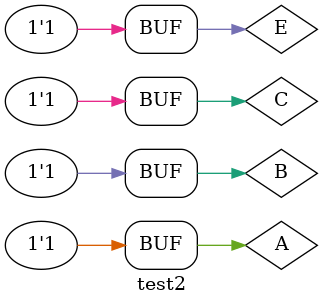
<source format=v>
`timescale 1ns / 1ps


module test2;

	// Inputs
	reg A;
	reg B;
	reg C;
	reg E;

	// Outputs
	wire D0;
	wire D1;
	wire D2;
	wire D3;
	wire D4;
	wire D5;
	wire D6;
	wire D7;

	// Instantiate the Unit Under Test (UUT)
	Decoder uut (
		.A(A), 
		.B(B), 
		.C(C), 
		.E(E), 
		.D0(D0), 
		.D1(D1), 
		.D2(D2), 
		.D3(D3), 
		.D4(D4), 
		.D5(D5), 
		.D6(D6), 
		.D7(D7)
	);

	initial begin
	E = 1;
	A = 0;
	B = 0;
	C = 0;
	#100
	$display("TC1");
	if(D0 != 1'b1)$display("Result is wrong");
	
	A = 0;
	B = 0;
	C = 1;
	#100
	$display("TC2");
	if(D1 != 1'b1)$display("Result is wrong");
	
	A = 0;
	B = 1;
	C = 0;
	#100
	$display("TC3");
	if(D2 != 1'b1)$display("Result is wrong");
	
	A = 0;
	B = 1;
	C = 1;
	#100
	$display("TC4");
	if(D3 != 1'b1)$display("Result is wrong");
	
	A = 1;
	B = 0;
	C = 0;
	#100
	$display("TC5");
	if(D4 != 1'b1)$display("Result is wrong");
	
	A = 1;
	B = 0;
	C = 1;
	#100
	$display("TC6");
	if(D5 != 1'b1)$display("Result is wrong");
	
	A = 1;
	B = 1;
	C = 0;
	#100
	$display("TC7");
	if(D6 != 1'b1)$display("Result is wrong");
	
	A = 1;
	B = 1;
	C = 1;
	#100
	$display("TC8");
	if(D7 != 1'b1)$display("Result is wrong");
	
end
	
	
      
endmodule


</source>
